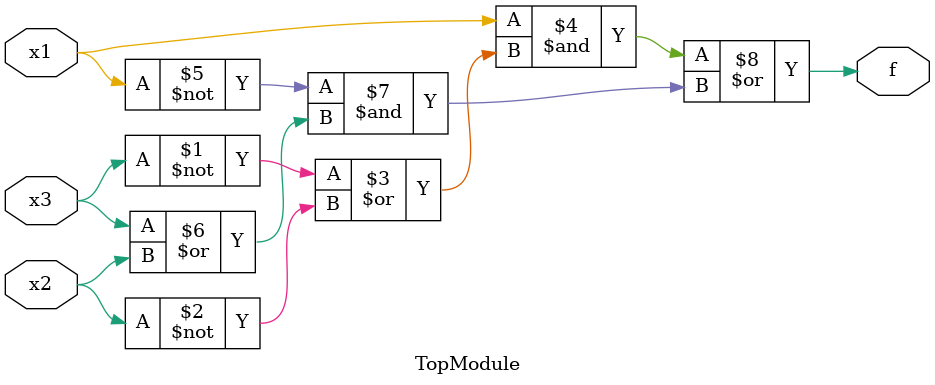
<source format=sv>

module TopModule (
  input x3,
  input x2,
  input x1,
  output f
);

assign f = (x1 & (~x3 | ~x2)) | ((~x1) & (x3 | x2));

endmodule

// VERILOG-EVAL: errant inclusion of module definition

</source>
